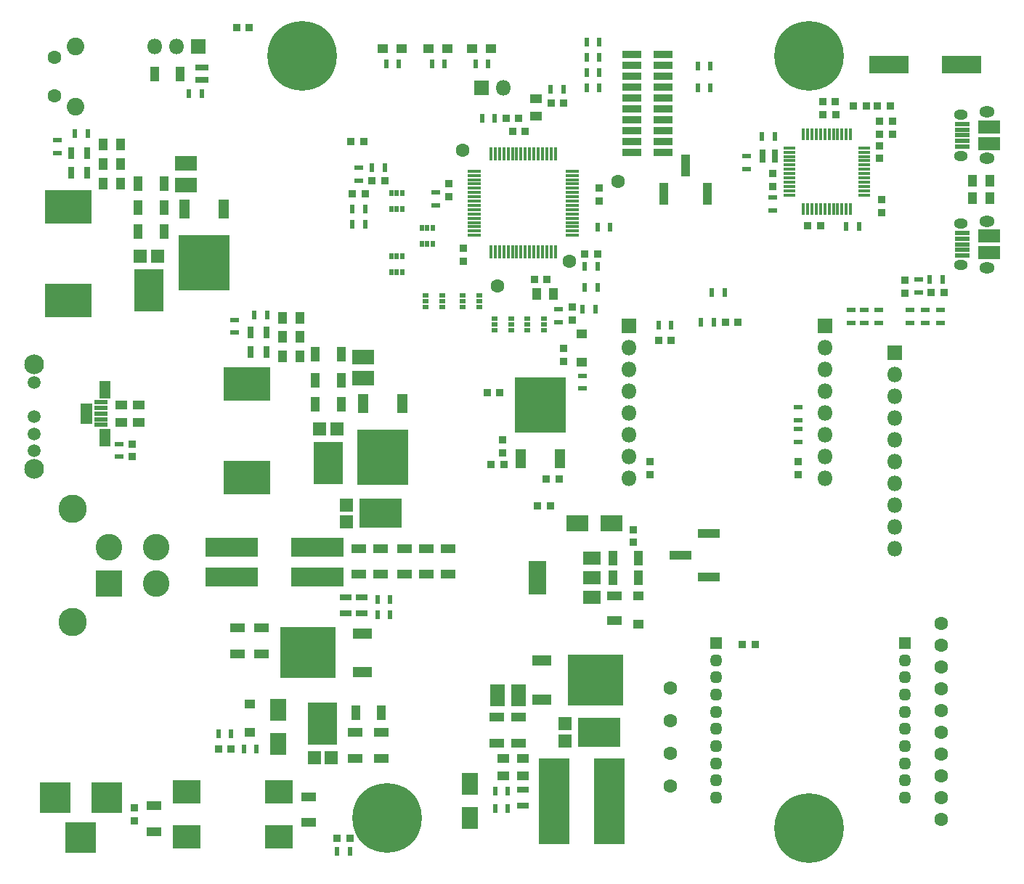
<source format=gbr>
G04 #@! TF.FileFunction,Soldermask,Top*
%FSLAX46Y46*%
G04 Gerber Fmt 4.6, Leading zero omitted, Abs format (unit mm)*
G04 Created by KiCad (PCBNEW 4.0.7) date 07/05/18 23:16:34*
%MOMM*%
%LPD*%
G01*
G04 APERTURE LIST*
%ADD10C,0.100000*%
%ADD11R,1.751600X0.501600*%
%ADD12O,1.601600X1.201600*%
%ADD13O,1.801600X1.301600*%
%ADD14R,2.601600X1.531600*%
%ADD15R,0.851600X0.901600*%
%ADD16R,1.701600X1.101600*%
%ADD17R,0.901600X0.851600*%
%ADD18R,1.351600X1.101600*%
%ADD19R,1.101600X1.701600*%
%ADD20R,1.101600X1.351600*%
%ADD21R,1.901600X2.601600*%
%ADD22R,1.301600X1.001600*%
%ADD23R,4.961600X3.461600*%
%ADD24R,1.501600X1.491600*%
%ADD25R,2.601600X1.901600*%
%ADD26R,3.461600X4.961600*%
%ADD27R,1.491600X1.501600*%
%ADD28R,3.601600X3.601600*%
%ADD29R,3.101600X3.101600*%
%ADD30C,3.101600*%
%ADD31C,3.301600*%
%ADD32R,1.451600X1.451600*%
%ADD33O,1.451600X1.451600*%
%ADD34R,1.801600X1.801600*%
%ADD35O,1.801600X1.801600*%
%ADD36R,2.201600X0.851600*%
%ADD37R,1.801600X2.501600*%
%ADD38R,3.601600X10.101600*%
%ADD39R,2.501600X1.801600*%
%ADD40R,5.501600X4.001600*%
%ADD41R,6.101600X2.251600*%
%ADD42R,2.301600X1.301600*%
%ADD43R,6.501600X5.901600*%
%ADD44R,2.101600X3.901600*%
%ADD45R,2.101600X1.601600*%
%ADD46R,1.301600X2.301600*%
%ADD47R,5.901600X6.501600*%
%ADD48R,0.501600X0.651600*%
%ADD49R,1.001600X1.801600*%
%ADD50R,0.601600X1.001600*%
%ADD51R,1.401600X0.801600*%
%ADD52R,1.001600X0.601600*%
%ADD53R,1.801600X1.001600*%
%ADD54R,0.801600X1.401600*%
%ADD55R,0.501600X0.751600*%
%ADD56R,0.751600X0.501600*%
%ADD57R,1.101600X2.611600*%
%ADD58R,2.611600X1.101600*%
%ADD59C,1.601600*%
%ADD60R,3.301600X2.801600*%
%ADD61C,1.599600*%
%ADD62C,2.051600*%
%ADD63C,1.501600*%
%ADD64C,2.301600*%
%ADD65R,1.601600X0.551600*%
%ADD66R,0.201600X0.201600*%
%ADD67R,1.401600X0.351600*%
%ADD68R,0.351600X1.401600*%
%ADD69R,0.651600X0.501600*%
%ADD70R,1.574800X0.381000*%
%ADD71R,0.381000X1.574800*%
%ADD72C,8.101600*%
%ADD73R,4.601600X2.101600*%
G04 APERTURE END LIST*
D10*
G36*
X12070020Y-45279180D02*
X12070020Y-47682020D01*
X10763400Y-47682020D01*
X10763400Y-45279180D01*
X12070020Y-45279180D01*
G37*
G36*
X14220020Y-42674050D02*
X14220020Y-44682020D01*
X12918658Y-44682020D01*
X12918658Y-42674050D01*
X14220020Y-42674050D01*
G37*
G36*
X14220020Y-48285090D02*
X14220020Y-50282020D01*
X12918909Y-50282020D01*
X12918909Y-48285090D01*
X14220020Y-48285090D01*
G37*
D11*
X113500000Y-28050000D03*
X113500000Y-27400000D03*
X113500000Y-26750000D03*
X113500000Y-26100000D03*
X113500000Y-25450000D03*
D12*
X113380000Y-29170000D03*
X113380000Y-24330000D03*
D13*
X116380000Y-29480000D03*
X116380000Y-24020000D03*
D14*
X116620000Y-27710000D03*
X116620000Y-25790000D03*
D15*
X17018020Y-93968020D03*
X17018020Y-92468020D03*
D16*
X19304020Y-92226020D03*
X19304020Y-95226020D03*
X37338020Y-91186020D03*
X37338020Y-94186020D03*
X42766000Y-83684000D03*
X42766000Y-86684000D03*
X45814000Y-83684000D03*
X45814000Y-86684000D03*
D17*
X42397000Y-20811816D03*
X43897000Y-20811816D03*
X26785132Y-85588642D03*
X28285132Y-85588642D03*
D16*
X59276000Y-81906000D03*
X59276000Y-84906000D03*
X61816000Y-81906000D03*
X61816000Y-84906000D03*
D18*
X62324000Y-88724000D03*
X62324000Y-86724000D03*
X60038000Y-88724000D03*
X60038000Y-86724000D03*
D17*
X71026421Y-27893237D03*
X69526421Y-27893237D03*
D19*
X72762000Y-65626000D03*
X75762000Y-65626000D03*
D17*
X46216020Y-19304020D03*
X44716020Y-19304020D03*
D19*
X72762000Y-63340000D03*
X75762000Y-63340000D03*
D15*
X67056020Y-38874020D03*
X67056020Y-40374020D03*
D19*
X20438006Y-19638976D03*
X17438006Y-19638976D03*
X20438006Y-22432976D03*
X17438006Y-22432976D03*
X20438006Y-25226976D03*
X17438006Y-25226976D03*
D20*
X13366006Y-19638976D03*
X15366006Y-19638976D03*
X13366006Y-17352976D03*
X15366006Y-17352976D03*
X13366006Y-15066976D03*
X15366006Y-15066976D03*
D19*
X41091000Y-39591000D03*
X38091000Y-39591000D03*
X41091000Y-42639000D03*
X38091000Y-42639000D03*
X41091000Y-45433000D03*
X38091000Y-45433000D03*
D20*
X34273000Y-39845000D03*
X36273000Y-39845000D03*
X34273000Y-37559000D03*
X36273000Y-37559000D03*
X34273000Y-35306020D03*
X36273000Y-35306020D03*
D15*
X68072020Y-35548020D03*
X68072020Y-34048020D03*
D17*
X61804000Y-12032000D03*
X60304000Y-12032000D03*
D15*
X53688000Y-21164000D03*
X53688000Y-19664000D03*
X71214000Y-21672000D03*
X71214000Y-20172000D03*
D17*
X63606000Y-30828000D03*
X65106000Y-30828000D03*
D15*
X55372020Y-28690020D03*
X55372020Y-27190020D03*
D17*
X61066000Y-13556000D03*
X62566000Y-13556000D03*
D18*
X63848000Y-11762000D03*
X63848000Y-9762000D03*
D20*
X65864000Y-32512020D03*
X63864000Y-32512020D03*
D15*
X105359618Y-12408082D03*
X105359618Y-13908082D03*
D17*
X97231618Y-10110082D03*
X98731618Y-10110082D03*
D15*
X103835618Y-12408082D03*
X103835618Y-13908082D03*
D17*
X97243618Y-11634082D03*
X98743618Y-11634082D03*
D15*
X104089618Y-21552082D03*
X104089618Y-23052082D03*
X103835618Y-15214082D03*
X103835618Y-16714082D03*
D17*
X105093618Y-10618082D03*
X103593618Y-10618082D03*
X100799618Y-10618082D03*
X102299618Y-10618082D03*
D15*
X91389618Y-18504082D03*
X91389618Y-20004082D03*
D17*
X96965618Y-24588082D03*
X95465618Y-24588082D03*
X87376020Y-35814020D03*
X85876020Y-35814020D03*
D18*
X17526020Y-45482020D03*
X17526020Y-47482020D03*
X15494020Y-45482020D03*
X15494020Y-47482020D03*
D15*
X16723518Y-51529972D03*
X16723518Y-50029972D03*
D16*
X31844000Y-74492000D03*
X31844000Y-71492000D03*
X29050000Y-71492000D03*
X29050000Y-74492000D03*
X45687000Y-62221000D03*
X45687000Y-65221000D03*
X43147000Y-62221000D03*
X43147000Y-65221000D03*
X53561000Y-62221000D03*
X53561000Y-65221000D03*
X51021000Y-62221000D03*
X51021000Y-65221000D03*
X48481000Y-62221000D03*
X48481000Y-65221000D03*
D21*
X33782020Y-81026020D03*
X33782020Y-85026020D03*
D22*
X30480020Y-80392020D03*
X30480020Y-83692020D03*
D23*
X71214000Y-83660000D03*
D24*
X67232000Y-82675000D03*
X67232000Y-84645000D03*
D21*
X56134020Y-93694020D03*
X56134020Y-89694020D03*
D25*
X68612020Y-59309020D03*
X72612020Y-59309020D03*
D22*
X75786000Y-71086000D03*
X75786000Y-67786000D03*
X69173944Y-40455174D03*
X69173944Y-37155174D03*
D26*
X18684006Y-32084976D03*
D27*
X19669006Y-28102976D03*
X17699006Y-28102976D03*
D26*
X39591000Y-52291000D03*
D27*
X40576000Y-48309000D03*
X38606000Y-48309000D03*
D23*
X45687000Y-58133000D03*
D24*
X41705000Y-57148000D03*
X41705000Y-59118000D03*
D28*
X13750000Y-91281900D03*
X7750000Y-91281900D03*
X10750000Y-95981900D03*
D29*
X14000000Y-66278800D03*
D30*
X14000000Y-62078800D03*
X19500000Y-66278800D03*
X19500000Y-62078800D03*
D31*
X9800000Y-70778800D03*
X9800000Y-57578800D03*
D32*
X84838000Y-73270000D03*
D33*
X84838000Y-75270000D03*
X84838000Y-77270000D03*
X84838000Y-79270000D03*
X84838000Y-81270000D03*
X84838000Y-83270000D03*
X84838000Y-85270000D03*
X84838000Y-87270000D03*
X84838000Y-89270000D03*
X84838000Y-91270000D03*
D32*
X106838000Y-73270000D03*
D33*
X106838000Y-75270000D03*
X106838000Y-77270000D03*
X106838000Y-79270000D03*
X106838000Y-81270000D03*
X106838000Y-83270000D03*
X106838000Y-85270000D03*
X106838000Y-87270000D03*
X106838000Y-89270000D03*
X106838000Y-91270000D03*
D34*
X74614000Y-36230000D03*
D35*
X74614000Y-38770000D03*
X74614000Y-41310000D03*
X74614000Y-43850000D03*
X74614000Y-46390000D03*
X74614000Y-48930000D03*
X74614000Y-51470000D03*
X74614000Y-54010000D03*
D34*
X97474000Y-36230000D03*
D35*
X97474000Y-38770000D03*
X97474000Y-41310000D03*
X97474000Y-43850000D03*
X97474000Y-46390000D03*
X97474000Y-48930000D03*
X97474000Y-51470000D03*
X97474000Y-54010000D03*
D36*
X75009600Y-15976600D03*
X78609600Y-15976600D03*
X75009600Y-14706600D03*
X78609600Y-14706600D03*
X75009600Y-13436600D03*
X78609600Y-13436600D03*
X75009600Y-12166600D03*
X78609600Y-12166600D03*
X75009600Y-10896600D03*
X78609600Y-10896600D03*
X75009600Y-9626600D03*
X78609600Y-9626600D03*
X75009600Y-8356600D03*
X78609600Y-8356600D03*
X75009600Y-7086600D03*
X78609600Y-7086600D03*
X75009600Y-5816600D03*
X78609600Y-5816600D03*
X75009600Y-4546600D03*
X78609600Y-4546600D03*
D34*
X57498000Y-8476000D03*
D35*
X60038000Y-8476000D03*
D37*
X59296000Y-79342000D03*
X61796000Y-79342000D03*
D38*
X72388800Y-91719400D03*
X65888800Y-91719400D03*
D39*
X23002006Y-17292020D03*
X23002006Y-19792020D03*
D40*
X9278406Y-33275376D03*
X9278406Y-22375376D03*
D39*
X43655000Y-39865000D03*
X43655000Y-42365000D03*
D40*
X30083800Y-53964000D03*
X30083800Y-43064000D03*
D41*
X38335000Y-62100000D03*
X38335000Y-65530000D03*
X28335000Y-65530000D03*
X28335000Y-62100000D03*
D42*
X64474000Y-75284000D03*
X64474000Y-79844000D03*
D43*
X70774000Y-77564000D03*
D44*
X64000000Y-65626000D03*
D45*
X70300000Y-65626000D03*
X70300000Y-63326000D03*
X70300000Y-67926000D03*
D46*
X27420020Y-22606020D03*
X22860020Y-22606020D03*
D47*
X25140020Y-28906020D03*
D46*
X48221000Y-45297000D03*
X43661000Y-45297000D03*
D47*
X45941000Y-51597000D03*
D48*
X25392020Y-7583020D03*
X24892020Y-7583020D03*
X24392020Y-7583020D03*
X24392020Y-6133020D03*
X24892020Y-6133020D03*
X25392020Y-6133020D03*
D42*
X43537000Y-76669000D03*
X43537000Y-72109000D03*
D43*
X37237000Y-74389000D03*
D49*
X42840000Y-81374000D03*
X45740000Y-81374000D03*
D50*
X42430020Y-24384020D03*
X43930020Y-24384020D03*
X43897000Y-22589816D03*
X42397000Y-22589816D03*
X31242020Y-85598020D03*
X29742020Y-85598020D03*
X28285132Y-83810642D03*
X26785132Y-83810642D03*
D51*
X62324000Y-92230000D03*
X62324000Y-90330000D03*
D50*
X71027447Y-31750020D03*
X69527447Y-31750020D03*
X69526421Y-29337020D03*
X71026421Y-29337020D03*
X60534000Y-92583020D03*
X59034000Y-92583020D03*
X60534000Y-90518000D03*
X59034000Y-90518000D03*
D52*
X43180020Y-19292020D03*
X43180020Y-17792020D03*
D53*
X72992000Y-67732000D03*
X72992000Y-70632000D03*
D50*
X44704020Y-17780020D03*
X46204020Y-17780020D03*
D52*
X110975642Y-35889988D03*
X110975642Y-34389988D03*
X69232344Y-43560774D03*
X69232344Y-42060774D03*
D54*
X9606006Y-18368976D03*
X11506006Y-18368976D03*
X9606006Y-16082976D03*
X11506006Y-16082976D03*
D52*
X8016006Y-16070976D03*
X8016006Y-14570976D03*
D50*
X11560006Y-13796976D03*
X10060006Y-13796976D03*
D54*
X30513000Y-37051000D03*
X32413000Y-37051000D03*
X30513000Y-39337000D03*
X32413000Y-39337000D03*
D52*
X28669000Y-37039000D03*
X28669000Y-35539000D03*
D50*
X32467000Y-35019000D03*
X30967000Y-35019000D03*
D52*
X66421020Y-34302020D03*
X66421020Y-35802020D03*
D50*
X69227020Y-34290020D03*
X70727020Y-34290020D03*
X111240020Y-30861020D03*
X109740020Y-30861020D03*
D52*
X91389618Y-21298082D03*
X91389618Y-22798082D03*
D50*
X101461020Y-24638020D03*
X99961020Y-24638020D03*
X90131618Y-14174082D03*
X91631618Y-14174082D03*
X83070020Y-35814020D03*
X84570020Y-35814020D03*
D52*
X108421758Y-30855364D03*
X108421758Y-32355364D03*
X15199518Y-50029972D03*
X15199518Y-51529972D03*
D50*
X85840020Y-32385020D03*
X84340020Y-32385020D03*
D52*
X52164000Y-22180000D03*
X52164000Y-20680000D03*
D50*
X69702000Y-3142000D03*
X71202000Y-3142000D03*
X69702000Y-4920000D03*
X71202000Y-4920000D03*
X69702000Y-6698000D03*
X71202000Y-6698000D03*
X69702000Y-8476000D03*
X71202000Y-8476000D03*
X84156000Y-8476000D03*
X82656000Y-8476000D03*
X84156000Y-5936000D03*
X82656000Y-5936000D03*
X57510000Y-12032000D03*
X59010000Y-12032000D03*
D51*
X43528000Y-69784020D03*
X43528000Y-67884020D03*
D50*
X45318000Y-69944000D03*
X46818000Y-69944000D03*
X45318000Y-68166000D03*
X46818000Y-68166000D03*
D46*
X62077347Y-51746195D03*
X66637347Y-51746195D03*
D47*
X64357347Y-45446195D03*
D26*
X38956000Y-82644000D03*
D27*
X37971000Y-86626000D03*
X39941000Y-86626000D03*
D55*
X46942000Y-22634000D03*
X48242000Y-22634000D03*
X47592000Y-20734000D03*
X47592000Y-22634000D03*
X48242000Y-20734000D03*
X46942000Y-20734000D03*
X50498000Y-26698000D03*
X51798000Y-26698000D03*
X51148000Y-24798000D03*
X51148000Y-26698000D03*
X51798000Y-24798000D03*
X50498000Y-24798000D03*
X46942000Y-30000000D03*
X48242000Y-30000000D03*
X47592000Y-28100000D03*
X47592000Y-30000000D03*
X48242000Y-28100000D03*
X46942000Y-28100000D03*
D56*
X52860000Y-34018000D03*
X52860000Y-32718000D03*
X50960000Y-33368000D03*
X52860000Y-33368000D03*
X50960000Y-32718000D03*
X50960000Y-34018000D03*
X57178000Y-34018000D03*
X57178000Y-32718000D03*
X55278000Y-33368000D03*
X57178000Y-33368000D03*
X55278000Y-32718000D03*
X55278000Y-34018000D03*
X60894020Y-36718020D03*
X60894020Y-35418020D03*
X58994020Y-36068020D03*
X60894020Y-36068020D03*
X58994020Y-35418020D03*
X58994020Y-36718020D03*
X64704020Y-36718020D03*
X64704020Y-35418020D03*
X62804020Y-36068020D03*
X64704020Y-36068020D03*
X62804020Y-35418020D03*
X62804020Y-36718020D03*
D57*
X81280020Y-17522020D03*
X83820020Y-20832020D03*
X78740020Y-20832020D03*
D58*
X80637020Y-62992020D03*
X83947020Y-60452020D03*
X83947020Y-65532020D03*
D59*
X73406020Y-19431020D03*
X59309020Y-31623020D03*
X67691020Y-28702020D03*
X55245020Y-15748020D03*
X111092000Y-81120000D03*
X111092000Y-78580000D03*
X111092000Y-76040000D03*
X111092000Y-73500000D03*
X111092000Y-70960000D03*
X79502000Y-89916000D03*
X79502000Y-86106000D03*
X79502000Y-82296000D03*
X79502000Y-78486000D03*
X111092000Y-83660000D03*
X111092000Y-86200000D03*
X111092000Y-88740000D03*
X111092000Y-91280000D03*
X111092000Y-93820000D03*
D60*
X23048020Y-90618020D03*
X23048020Y-95818020D03*
X33848020Y-95818020D03*
X33848020Y-90618020D03*
D17*
X109867020Y-32385020D03*
X111367020Y-32385020D03*
D15*
X106811330Y-32437344D03*
X106811330Y-30937344D03*
D20*
X114697020Y-21336020D03*
X116697020Y-21336020D03*
X114697020Y-19304020D03*
X116697020Y-19304020D03*
D17*
X79584000Y-37940000D03*
X78084000Y-37940000D03*
D22*
X48184000Y-3904000D03*
X45984000Y-3904000D03*
X53518000Y-3904000D03*
X51318000Y-3904000D03*
X58598000Y-3904000D03*
X56398000Y-3904000D03*
D34*
X24478000Y-3650000D03*
D35*
X21938000Y-3650000D03*
X19398000Y-3650000D03*
D34*
X105664000Y-39370000D03*
D35*
X105664000Y-41910000D03*
X105664000Y-44450000D03*
X105664000Y-46990000D03*
X105664000Y-49530000D03*
X105664000Y-52070000D03*
X105664000Y-54610000D03*
X105664000Y-57150000D03*
X105664000Y-59690000D03*
X105664000Y-62230000D03*
D52*
X94361020Y-47232020D03*
X94361020Y-45732020D03*
X94361020Y-48272020D03*
X94361020Y-49772020D03*
D50*
X78084000Y-36162000D03*
X79584000Y-36162000D03*
D52*
X102115225Y-35910767D03*
X102115225Y-34410767D03*
X107419642Y-35889988D03*
X107419642Y-34389988D03*
X103766225Y-35910767D03*
X103766225Y-34410767D03*
X109197642Y-34389988D03*
X109197642Y-35889988D03*
X100591225Y-34410767D03*
X100591225Y-35910767D03*
D50*
X47834000Y-5682000D03*
X46334000Y-5682000D03*
X53168000Y-5682000D03*
X51668000Y-5682000D03*
X58248000Y-5682000D03*
X56748000Y-5682000D03*
D61*
X7675000Y-4893800D03*
X7675000Y-9393800D03*
D62*
X10165000Y-3638800D03*
X10165000Y-10648800D03*
D63*
X5325000Y-50832600D03*
X5325000Y-48832600D03*
X5325000Y-46832600D03*
D64*
X5325000Y-52932600D03*
X5325000Y-40732600D03*
D63*
X5325000Y-42832600D03*
D50*
X24880020Y-9144020D03*
X23380020Y-9144020D03*
X70972000Y-24732000D03*
X72472000Y-24732000D03*
D52*
X88341618Y-16472082D03*
X88341618Y-17972082D03*
D17*
X65036020Y-54102020D03*
X66536020Y-54102020D03*
D15*
X59944020Y-51042020D03*
X59944020Y-49542020D03*
D17*
X89396020Y-73406020D03*
X87896020Y-73406020D03*
D15*
X77089020Y-53582000D03*
X77089020Y-52082000D03*
X94361020Y-53582020D03*
X94361020Y-52082020D03*
D19*
X19328020Y-6858020D03*
X22328020Y-6858020D03*
D11*
X113500000Y-15300000D03*
X113500000Y-14650000D03*
X113500000Y-14000000D03*
X113500000Y-13350000D03*
X113500000Y-12700000D03*
D12*
X113380000Y-16420000D03*
X113380000Y-11580000D03*
D13*
X116380000Y-16730000D03*
X116380000Y-11270000D03*
D14*
X116620000Y-14960000D03*
X116620000Y-13040000D03*
D51*
X41656020Y-69784020D03*
X41656020Y-67884020D03*
D65*
X13130020Y-45182020D03*
X13130020Y-45832020D03*
X13130020Y-46482020D03*
X13130020Y-47132020D03*
X13130020Y-47782020D03*
D66*
X11430020Y-47462020D03*
X13570020Y-44392020D03*
X13570020Y-50042020D03*
D67*
X102089618Y-20988082D03*
X102089618Y-20488082D03*
X102089618Y-19988082D03*
X102089618Y-19488082D03*
X102089618Y-18988082D03*
X102089618Y-18488082D03*
X102089618Y-17988082D03*
X102089618Y-17488082D03*
X102089618Y-16988082D03*
X102089618Y-16488082D03*
X102089618Y-15988082D03*
X102089618Y-15488082D03*
D68*
X100489618Y-13888082D03*
X99989618Y-13888082D03*
X99489618Y-13888082D03*
X98989618Y-13888082D03*
X98489618Y-13888082D03*
X97989618Y-13888082D03*
X97489618Y-13888082D03*
X96989618Y-13888082D03*
X96489618Y-13888082D03*
X95989618Y-13888082D03*
X95489618Y-13888082D03*
X94989618Y-13888082D03*
D67*
X93389618Y-15488082D03*
X93389618Y-15988082D03*
X93389618Y-16488082D03*
X93389618Y-16988082D03*
X93389618Y-17488082D03*
X93389618Y-17988082D03*
X93389618Y-18488082D03*
X93389618Y-18988082D03*
X93389618Y-19488082D03*
X93389618Y-19988082D03*
X93389618Y-20488082D03*
X93389618Y-20988082D03*
D68*
X94989618Y-22588082D03*
X95489618Y-22588082D03*
X95989618Y-22588082D03*
X96489618Y-22588082D03*
X96989618Y-22588082D03*
X97489618Y-22588082D03*
X97989618Y-22588082D03*
X98489618Y-22588082D03*
X98989618Y-22588082D03*
X99489618Y-22588082D03*
X99989618Y-22588082D03*
X100489618Y-22588082D03*
D69*
X90193618Y-16968082D03*
X90193618Y-16468082D03*
X90193618Y-15968082D03*
X91643618Y-15968082D03*
X91643618Y-16468082D03*
X91643618Y-16968082D03*
D17*
X30404520Y-1460520D03*
X28904520Y-1460520D03*
X59602520Y-44005520D03*
X58102520Y-44005520D03*
X60071020Y-52451020D03*
X58571020Y-52451020D03*
X65468520Y-57213520D03*
X63968520Y-57213520D03*
D15*
X75120520Y-60019520D03*
X75120520Y-61519520D03*
D17*
X43751520Y-14732020D03*
X42251520Y-14732020D03*
X65556020Y-10223520D03*
X67056020Y-10223520D03*
D50*
X65544020Y-8636020D03*
X67044020Y-8636020D03*
D70*
X56609000Y-18178800D03*
X56609000Y-18686800D03*
X56609000Y-19194800D03*
X56609000Y-19677400D03*
X56609000Y-20185400D03*
X56609000Y-20693400D03*
X56609000Y-21176000D03*
X56609000Y-21684000D03*
X56609000Y-22192000D03*
X56609000Y-22700000D03*
X56609000Y-23182600D03*
X56609000Y-23690600D03*
X56609000Y-24198600D03*
X56609000Y-24681200D03*
X56609000Y-25189200D03*
X56609000Y-25697200D03*
D71*
X58564800Y-27653000D03*
X59072800Y-27653000D03*
X59580800Y-27653000D03*
X60063400Y-27653000D03*
X60571400Y-27653000D03*
X61079400Y-27653000D03*
X61562000Y-27653000D03*
X62070000Y-27653000D03*
X62578000Y-27653000D03*
X63086000Y-27653000D03*
X63568600Y-27653000D03*
X64076600Y-27653000D03*
X64584600Y-27653000D03*
X65067200Y-27653000D03*
X65575200Y-27653000D03*
X66083200Y-27653000D03*
D70*
X68039000Y-25697200D03*
X68039000Y-25189200D03*
X68039000Y-24681200D03*
X68039000Y-24198600D03*
X68039000Y-23690600D03*
X68039000Y-23182600D03*
X68039000Y-22700000D03*
X68039000Y-22192000D03*
X68039000Y-21684000D03*
X68039000Y-21176000D03*
X68039000Y-20693400D03*
X68039000Y-20185400D03*
X68039000Y-19677400D03*
X68039000Y-19194800D03*
X68039000Y-18686800D03*
X68039000Y-18178800D03*
D71*
X66083200Y-16223000D03*
X65575200Y-16223000D03*
X65067200Y-16223000D03*
X64584600Y-16223000D03*
X64076600Y-16223000D03*
X63568600Y-16223000D03*
X63086000Y-16223000D03*
X62578000Y-16223000D03*
X62070000Y-16223000D03*
X61562000Y-16223000D03*
X61079400Y-16223000D03*
X60571400Y-16223000D03*
X60063400Y-16223000D03*
X59580800Y-16223000D03*
X59072800Y-16223000D03*
X58564800Y-16223000D03*
D72*
X36512500Y-4762500D03*
X95646240Y-4762500D03*
X46433740Y-93662500D03*
X95646240Y-94853760D03*
D73*
X113470020Y-5792082D03*
X104970020Y-5792082D03*
D17*
X40652020Y-96012020D03*
X42152020Y-96012020D03*
D50*
X42152020Y-97536020D03*
X40652020Y-97536020D03*
M02*

</source>
